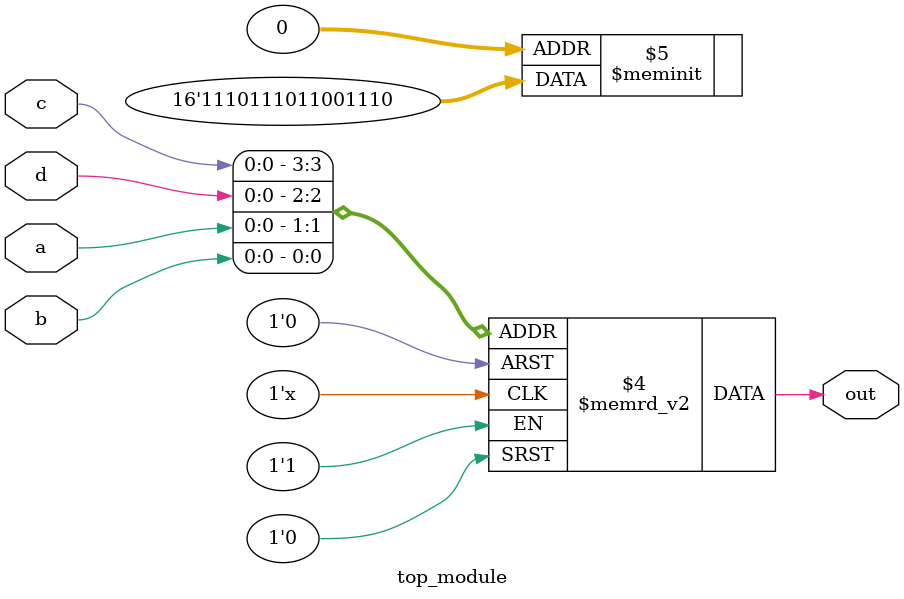
<source format=sv>
module top_module (
    input a, 
    input b,
    input c,
    input d,
    output reg out
);

always @(*) begin
    case ({c,d,a,b})
        4'b0000: out = 0;
        4'b0001: out = 1;
        4'b0010: out = 1;
        4'b0011: out = 1;
        4'b0100: out = 0;
        4'b0101: out = 0;
        4'b0110: out = 1; // don't-care
        4'b0111: out = 1; // don't-care
        4'b1000: out = 0;
        4'b1001: out = 1;
        4'b1010: out = 1;
        4'b1011: out = 1;
        4'b1100: out = 0;
        4'b1101: out = 1;
        4'b1110: out = 1;
        4'b1111: out = 1;
        default: out = 0;
    endcase
end

endmodule

</source>
